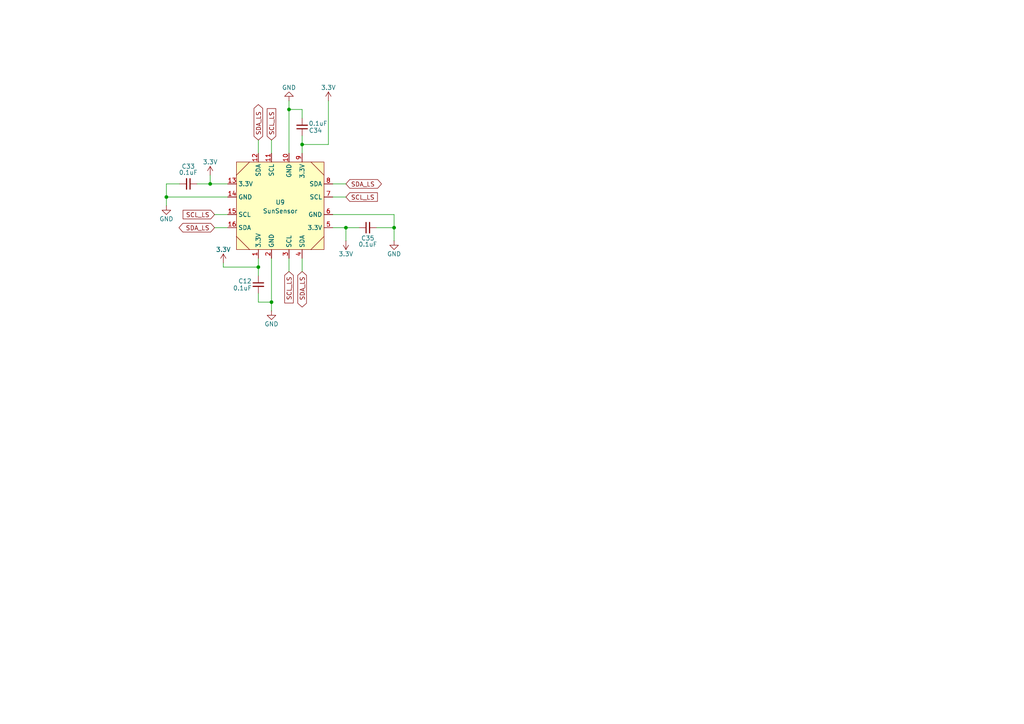
<source format=kicad_sch>
(kicad_sch (version 20231120) (generator "eeschema") (generator_version "8.0")
  (paper "A4")
  (lib_symbols
    (symbol "Device:C_Small" (pin_numbers hide) (pin_names (offset 0.254) hide)
      (property "Reference" "C" (at 0.254 1.778 0))
      (property "Value" "C_Small" (at 0.254 -2.032 0))
      (symbol "C_Small_0_1"
        (polyline (pts (xy -1.524 -0.508) (xy 1.524 -0.508)) (stroke (width 0.3302)))
        (polyline (pts (xy -1.524 0.508) (xy 1.524 0.508)) (stroke (width 0.3048)))
      )
      (symbol "C_Small_1_1"
        (pin passive line (at 0 2.54 270) (length 2.032) (name "~") (number "1"))
        (pin passive line (at 0 -2.54 90) (length 2.032) (name "~") (number "2"))
      )
    )
    (symbol "SolarPanels:SunSensor"
      (property "Reference" "U" (at 0 0 0))
      (property "Value" "SunSensor" (at 0 -1.778 0))
      (symbol "SunSensor_1_1"
        (rectangle (start -12.7 12.7) (end 12.7 -12.7) (fill (type background)))
        (polyline (pts (xy -12.7 -8.89) (xy -8.89 -12.7)))
        (polyline (pts (xy -8.89 12.7) (xy -12.7 8.89)))
        (polyline (pts (xy 8.89 -12.7) (xy 12.7 -8.89)))
        (polyline (pts (xy 12.7 8.89) (xy 8.89 12.7)))
        (pin input line (at -6.35 -15.24 90) (length 2.54) (name "3.3V") (number "1"))
        (pin input line (at 2.54 15.24 270) (length 2.54) (name "GND") (number "10"))
        (pin input line (at -2.54 15.24 270) (length 2.54) (name "SCL") (number "11"))
        (pin input line (at -6.35 15.24 270) (length 2.54) (name "SDA") (number "12"))
        (pin input line (at -15.24 6.35 0) (length 2.54) (name "3.3V") (number "13"))
        (pin input line (at -15.24 2.54 0) (length 2.54) (name "GND") (number "14"))
        (pin input line (at -15.24 -2.54 0) (length 2.54) (name "SCL") (number "15"))
        (pin input line (at -15.24 -6.35 0) (length 2.54) (name "SDA") (number "16"))
        (pin input line (at -2.54 -15.24 90) (length 2.54) (name "GND") (number "2"))
        (pin input line (at 2.54 -15.24 90) (length 2.54) (name "SCL") (number "3"))
        (pin input line (at 6.35 -15.24 90) (length 2.54) (name "SDA") (number "4"))
        (pin input line (at 15.24 -6.35 180) (length 2.54) (name "3.3V") (number "5"))
        (pin input line (at 15.24 -2.54 180) (length 2.54) (name "GND") (number "6"))
        (pin input line (at 15.24 2.54 180) (length 2.54) (name "SCL") (number "7"))
        (pin input line (at 15.24 6.35 180) (length 2.54) (name "SDA") (number "8"))
        (pin input line (at 6.35 15.24 270) (length 2.54) (name "3.3V") (number "9"))
      )
    )
    (symbol "power:+3.3V" (power) (pin_numbers hide) (pin_names (offset 0) hide)
      (property "Value" "+3.3V" (at 0 3.556 0))
      (symbol "+3.3V_0_1"
        (polyline (pts (xy -0.762 1.27) (xy 0 2.54)))
        (polyline (pts (xy 0 0) (xy 0 2.54)))
        (polyline (pts (xy 0 2.54) (xy 0.762 1.27)))
      )
      (symbol "+3.3V_1_1"
        (pin power_in line (at 0 0 90) (length 0) (name "~") (number "1"))
      )
    )
    (symbol "power:GND" (power) (pin_numbers hide) (pin_names (offset 0) hide)
      (property "Value" "GND" (at 0 -3.81 0))
      (symbol "GND_0_1"
        (polyline (pts (xy 0 0) (xy 0 -1.27) (xy 1.27 -1.27) (xy 0 -2.54) (xy -1.27 -1.27) (xy 0 -1.27)))
      )
      (symbol "GND_1_1"
        (pin power_in line (at 0 0 270) (length 0) (name "~") (number "1"))
      )
    )
  )
  (junction (at 114.3 66.04))
  (junction (at 74.93 77.47))
  (junction (at 87.63 41.91))
  (junction (at 60.96 53.34))
  (junction (at 83.82 31.75))
  (junction (at 48.26 57.15))
  (junction (at 78.74 87.63))
  (junction (at 100.33 66.04))
  (wire (pts (xy 74.93 74.93) (xy 74.93 77.47)))
  (wire (pts (xy 48.26 57.15) (xy 48.26 59.69)))
  (wire (pts (xy 83.82 29.21) (xy 83.82 31.75)))
  (wire (pts (xy 83.82 31.75) (xy 87.63 31.75)))
  (wire (pts (xy 64.77 77.47) (xy 64.77 76.2)))
  (wire (pts (xy 114.3 62.23) (xy 114.3 66.04)))
  (wire (pts (xy 78.74 87.63) (xy 78.74 90.17)))
  (wire (pts (xy 78.74 44.45) (xy 78.74 40.64)))
  (wire (pts (xy 78.74 87.63) (xy 74.93 87.63)))
  (wire (pts (xy 83.82 74.93) (xy 83.82 78.74)))
  (wire (pts (xy 87.63 31.75) (xy 87.63 34.29)))
  (wire (pts (xy 48.26 53.34) (xy 52.07 53.34)))
  (wire (pts (xy 100.33 66.04) (xy 100.33 69.85)))
  (wire (pts (xy 114.3 66.04) (xy 114.3 69.85)))
  (wire (pts (xy 87.63 74.93) (xy 87.63 78.74)))
  (wire (pts (xy 74.93 87.63) (xy 74.93 85.09)))
  (wire (pts (xy 87.63 39.37) (xy 87.63 41.91)))
  (wire (pts (xy 48.26 57.15) (xy 48.26 53.34)))
  (wire (pts (xy 48.26 57.15) (xy 66.04 57.15)))
  (wire (pts (xy 66.04 66.04) (xy 62.23 66.04)))
  (wire (pts (xy 57.15 53.34) (xy 60.96 53.34)))
  (wire (pts (xy 74.93 44.45) (xy 74.93 40.64)))
  (wire (pts (xy 96.52 57.15) (xy 100.33 57.15)))
  (wire (pts (xy 78.74 74.93) (xy 78.74 87.63)))
  (wire (pts (xy 96.52 66.04) (xy 100.33 66.04)))
  (wire (pts (xy 74.93 77.47) (xy 74.93 80.01)))
  (wire (pts (xy 60.96 50.8) (xy 60.96 53.34)))
  (wire (pts (xy 66.04 62.23) (xy 62.23 62.23)))
  (wire (pts (xy 96.52 53.34) (xy 100.33 53.34)))
  (wire (pts (xy 83.82 31.75) (xy 83.82 44.45)))
  (wire (pts (xy 95.25 41.91) (xy 87.63 41.91)))
  (wire (pts (xy 109.22 66.04) (xy 114.3 66.04)))
  (wire (pts (xy 64.77 77.47) (xy 74.93 77.47)))
  (wire (pts (xy 95.25 29.21) (xy 95.25 41.91)))
  (wire (pts (xy 87.63 41.91) (xy 87.63 44.45)))
  (wire (pts (xy 60.96 53.34) (xy 66.04 53.34)))
  (wire (pts (xy 96.52 62.23) (xy 114.3 62.23)))
  (wire (pts (xy 100.33 66.04) (xy 104.14 66.04)))
  (global_label "SDA_LS" (shape bidirectional) (at 100.33 53.34 0) (property "Intersheetrefs" "${INTERSHEET_REFS}" (effects (hide yes))))
  (global_label "SDA_LS" (shape bidirectional) (at 87.63 78.74 270) (property "Intersheetrefs" "${INTERSHEET_REFS}" (effects (hide yes))))
  (global_label "SCL_LS" (shape input) (at 83.82 78.74 270) (property "Intersheetrefs" "${INTERSHEET_REFS}" (effects (hide yes))))
  (global_label "SDA_LS" (shape bidirectional) (at 74.93 40.64 90) (property "Intersheetrefs" "${INTERSHEET_REFS}" (effects (hide yes))))
  (global_label "SCL_LS" (shape input) (at 78.74 40.64 90) (property "Intersheetrefs" "${INTERSHEET_REFS}" (effects (hide yes))))
  (global_label "SCL_LS" (shape input) (at 62.23 62.23 180) (property "Intersheetrefs" "${INTERSHEET_REFS}" (effects (hide yes))))
  (global_label "SCL_LS" (shape input) (at 100.33 57.15 0) (property "Intersheetrefs" "${INTERSHEET_REFS}" (effects (hide yes))))
  (global_label "SDA_LS" (shape bidirectional) (at 62.23 66.04 180) (property "Intersheetrefs" "${INTERSHEET_REFS}" (effects (hide yes))))
  (symbol (lib_id "power:GND") (at 48.26 59.69 0) (unit 1)
    (property "Reference" "#PWR021" (effects (hide yes)))
    (property "Value" "GND" (at 48.26 63.5 0))
    (property "Description" "Power symbol creates a global label with name \"GND\" , ground" (effects (hide yes)))
  )
  (symbol (lib_id "Device:C_Small") (at 74.93 82.55 0) (unit 1)
    (property "Reference" "C12" (at 69.088 81.534 0) (effects (justify left)))
    (property "Value" "0.1uF" (at 67.564 83.566 0) (effects (justify left)))
    (property "Footprint" "Capacitor_SMD:C_0402_1005Metric" (effects (hide yes)))
    (property "Description" "Unpolarized capacitor, small symbol" (effects (hide yes)))
  )
  (symbol (lib_id "power:GND") (at 114.3 69.85 0) (unit 1)
    (property "Reference" "#PWR020" (effects (hide yes)))
    (property "Value" "GND" (at 114.3 73.66 0))
    (property "Description" "Power symbol creates a global label with name \"GND\" , ground" (effects (hide yes)))
  )
  (symbol (lib_id "power:GND") (at 78.74 90.17 0) (unit 1)
    (property "Reference" "#PWR019" (effects (hide yes)))
    (property "Value" "GND" (at 78.74 93.98 0))
    (property "Description" "Power symbol creates a global label with name \"GND\" , ground" (effects (hide yes)))
  )
  (symbol (lib_id "power:+3.3V") (at 60.96 50.8 0) (mirror y) (unit 1)
    (property "Reference" "#SUPPLY018" (effects (hide yes)))
    (property "Value" "3.3V" (at 60.96 46.99 0))
    (property "Description" "Power symbol creates a global label with name \"+3.3V\"" (effects (hide yes)))
  )
  (symbol (lib_id "power:+3.3V") (at 95.25 29.21 0) (mirror y) (unit 1)
    (property "Reference" "#SUPPLY019" (effects (hide yes)))
    (property "Value" "3.3V" (at 95.25 25.4 0))
    (property "Description" "Power symbol creates a global label with name \"+3.3V\"" (effects (hide yes)))
  )
  (symbol (lib_id "SolarPanels:SunSensor") (at 81.28 59.69 0) (unit 1)
    (property "Reference" "U9" (at 81.28 58.674 0))
    (property "Value" "SunSensor" (at 81.28 61.214 0))
    (property "Footprint" "SolarPanels:SunSensor" (effects (hide yes)))
  )
  (symbol (lib_id "power:+3.3V") (at 64.77 76.2 0) (mirror y) (unit 1)
    (property "Reference" "#SUPPLY021" (effects (hide yes)))
    (property "Value" "3.3V" (at 64.77 72.39 0))
    (property "Description" "Power symbol creates a global label with name \"+3.3V\"" (effects (hide yes)))
  )
  (symbol (lib_id "Device:C_Small") (at 54.61 53.34 270) (unit 1)
    (property "Reference" "C33" (at 54.61 48.26 90))
    (property "Value" "0.1uF" (at 54.61 50.038 90))
    (property "Footprint" "Capacitor_SMD:C_0402_1005Metric" (effects (hide yes)))
    (property "Description" "Unpolarized capacitor, small symbol" (effects (hide yes)))
  )
  (symbol (lib_id "Device:C_Small") (at 87.63 36.83 180) (unit 1)
    (property "Reference" "C34" (at 93.472 37.846 0) (effects (justify left)))
    (property "Value" "0.1uF" (at 94.996 35.814 0) (effects (justify left)))
    (property "Footprint" "Capacitor_SMD:C_0402_1005Metric" (effects (hide yes)))
    (property "Description" "Unpolarized capacitor, small symbol" (effects (hide yes)))
  )
  (symbol (lib_id "Device:C_Small") (at 106.68 66.04 90) (unit 1)
    (property "Reference" "C35" (at 106.68 69.088 90))
    (property "Value" "0.1uF" (at 106.68 70.866 90))
    (property "Footprint" "Capacitor_SMD:C_0402_1005Metric" (effects (hide yes)))
    (property "Description" "Unpolarized capacitor, small symbol" (effects (hide yes)))
  )
  (symbol (lib_id "power:+3.3V") (at 100.33 69.85 0) (mirror x) (unit 1)
    (property "Reference" "#SUPPLY020" (effects (hide yes)))
    (property "Value" "3.3V" (at 100.33 73.66 0))
    (property "Description" "Power symbol creates a global label with name \"+3.3V\"" (effects (hide yes)))
  )
  (symbol (lib_id "power:GND") (at 83.82 29.21 180) (unit 1)
    (property "Reference" "#PWR035" (effects (hide yes)))
    (property "Value" "GND" (at 83.82 25.4 0))
    (property "Description" "Power symbol creates a global label with name \"GND\" , ground" (effects (hide yes)))
  )
)
</source>
